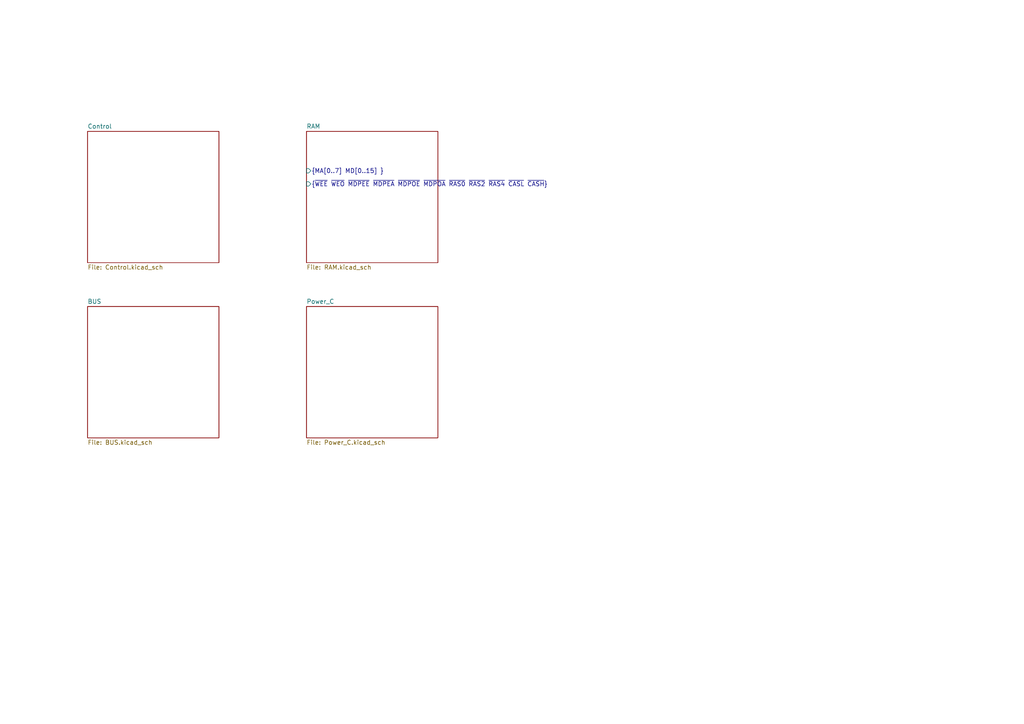
<source format=kicad_sch>
(kicad_sch (version 20211123) (generator eeschema)
  (paper "A4")
  (lib_symbols)
  (sheet (at 25.4 88.9) (size 38.1 38.1) (stroke (width 0.1524))
    (property "Sheet name" "BUS" (at 25.4 88.1884 0) (effects (justify left bottom)))
    (property "Sheet file" "BUS.kicad_sch" (at 25.4 127.5846 0) (effects (justify left top)))
  )
  (sheet (at 88.9 88.9) (size 38.1 38.1) (stroke (width 0.1524))
    (property "Sheet name" "Power_C" (at 88.9 88.1884 0) (effects (justify left bottom)))
    (property "Sheet file" "Power_C.kicad_sch" (at 88.9 127.5846 0) (effects (justify left top)))
  )
  (sheet (at 25.4 38.1) (size 38.1 38.1) (stroke (width 0.1524))
    (property "Sheet name" "Control" (at 25.4 37.3884 0) (effects (justify left bottom)))
    (property "Sheet file" "Control.kicad_sch" (at 25.4 76.7846 0) (effects (justify left top)))
  )
  (sheet (at 88.9 38.1) (size 38.1 38.1) (stroke (width 0.1524))
    (property "Sheet name" "RAM" (at 88.9 37.3884 0) (effects (justify left bottom)))
    (property "Sheet file" "RAM.kicad_sch" (at 88.9 76.7846 0) (effects (justify left top)))
    (pin "{MA[0..7] MD[0..15] }" input (at 88.9 49.53 180))
    (pin "{~{WEE} ~{WEO} ~{MDPEE} ~{MDPEA} ~{MDPOE} ~{MDPOA} ~{RAS0} ~{RAS2} ~{RAS4} ~{CASL} ~{CASH}}" input (at 88.9 53.34 180))
  )
)
</source>
